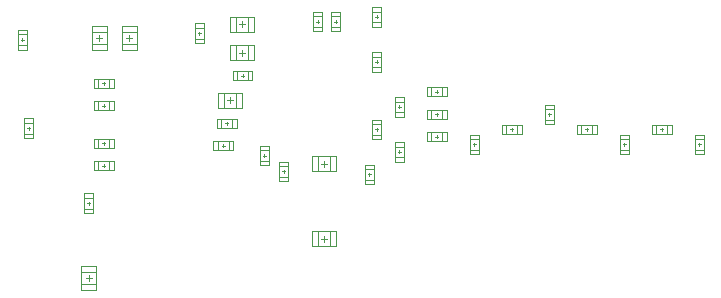
<source format=gm1>
G04 Layer_Color=16711935*
%FSLAX25Y25*%
%MOIN*%
G70*
G01*
G75*
%ADD70C,0.00400*%
%ADD71C,0.00200*%
D70*
X28500Y88200D02*
X31500D01*
X28500Y91800D02*
X31500D01*
X28500Y93300D02*
X31500D01*
X28500Y86700D02*
Y93300D01*
Y86700D02*
X31500D01*
Y93300D01*
X36800Y101000D02*
Y104000D01*
X33200Y101000D02*
Y104000D01*
X31700Y101000D02*
Y104000D01*
Y101000D02*
X38300D01*
Y104000D01*
X31700D02*
X38300D01*
X33200Y108500D02*
Y111500D01*
X36800Y108500D02*
Y111500D01*
X38300Y108500D02*
Y111500D01*
X31700D02*
X38300D01*
X31700Y108500D02*
Y111500D01*
Y108500D02*
X38300D01*
X33200Y121000D02*
Y124000D01*
X36800Y121000D02*
Y124000D01*
X38300Y121000D02*
Y124000D01*
X31700D02*
X38300D01*
X31700Y121000D02*
Y124000D01*
Y121000D02*
X38300D01*
X36800Y128500D02*
Y131500D01*
X33200Y128500D02*
Y131500D01*
X31700Y128500D02*
Y131500D01*
Y128500D02*
X38300D01*
Y131500D01*
X31700D02*
X38300D01*
X8500Y113200D02*
X11500D01*
X8500Y116800D02*
X11500D01*
X8500Y118300D02*
X11500D01*
X8500Y111700D02*
Y118300D01*
Y111700D02*
X11500D01*
Y118300D01*
X6374Y142688D02*
X9374D01*
X6374Y146288D02*
X9374D01*
X6374Y147788D02*
X9374D01*
X6374Y141188D02*
Y147788D01*
Y141188D02*
X9374D01*
Y147788D01*
X41102Y141000D02*
Y149000D01*
X46102D01*
Y141000D02*
Y149000D01*
X41102Y141000D02*
X46102D01*
X41102Y143000D02*
X46102D01*
X41102Y147000D02*
X46102D01*
X31102Y141000D02*
Y149000D01*
X36102D01*
Y141000D02*
Y149000D01*
X31102Y141000D02*
X36102D01*
X31102Y143000D02*
X36102D01*
X31102Y147000D02*
X36102D01*
X77043Y147106D02*
X85043D01*
X77043D02*
Y152106D01*
X85043D01*
Y147106D02*
Y152106D01*
X83043Y147106D02*
Y152106D01*
X79043Y147106D02*
Y152106D01*
X77043Y137606D02*
X85043D01*
X77043D02*
Y142606D01*
X85043D01*
Y137606D02*
Y142606D01*
X83043Y137606D02*
Y142606D01*
X79043Y137606D02*
Y142606D01*
X83099Y131079D02*
Y134079D01*
X79499Y131079D02*
Y134079D01*
X77999Y131079D02*
Y134079D01*
Y131079D02*
X84599D01*
Y134079D01*
X77999D02*
X84599D01*
X73165Y126909D02*
X81165D01*
Y121909D02*
Y126909D01*
X73165Y121909D02*
X81165D01*
X73165D02*
Y126909D01*
X75165Y121909D02*
Y126909D01*
X79165Y121909D02*
Y126909D01*
X77843Y115106D02*
Y118106D01*
X74243Y115106D02*
Y118106D01*
X72743Y115106D02*
Y118106D01*
Y115106D02*
X79343D01*
Y118106D01*
X72743D02*
X79343D01*
X73102Y107653D02*
Y110653D01*
X76702Y107653D02*
Y110653D01*
X78202Y107653D02*
Y110653D01*
X71602D02*
X78202D01*
X71602Y107653D02*
Y110653D01*
Y107653D02*
X78202D01*
X104543Y105606D02*
X112543D01*
Y100606D02*
Y105606D01*
X104543Y100606D02*
X112543D01*
X104543D02*
Y105606D01*
X106543Y100606D02*
Y105606D01*
X110543Y100606D02*
Y105606D01*
X87083Y107705D02*
X90083D01*
X87083Y104105D02*
X90083D01*
X87083Y102605D02*
X90083D01*
Y109205D01*
X87083D02*
X90083D01*
X87083Y102605D02*
Y109205D01*
X93543Y102406D02*
X96543D01*
X93543Y98806D02*
X96543D01*
X93543Y97306D02*
X96543D01*
Y103906D01*
X93543D02*
X96543D01*
X93543Y97306D02*
Y103906D01*
X104543Y75606D02*
X112543D01*
X104543D02*
Y80606D01*
X112543D01*
Y75606D02*
Y80606D01*
X110543Y75606D02*
Y80606D01*
X106543Y75606D02*
Y80606D01*
X65429Y144909D02*
X68429D01*
X65429Y148509D02*
X68429D01*
X65429Y150009D02*
X68429D01*
X65429Y143409D02*
Y150009D01*
Y143409D02*
X68429D01*
Y150009D01*
X110823Y148791D02*
X113823D01*
X110823Y152391D02*
X113823D01*
X110823Y153891D02*
X113823D01*
X110823Y147291D02*
Y153891D01*
Y147291D02*
X113823D01*
Y153891D01*
X104823Y148791D02*
X107823D01*
X104823Y152391D02*
X107823D01*
X104823Y153891D02*
X107823D01*
X104823Y147291D02*
Y153891D01*
Y147291D02*
X107823D01*
Y153891D01*
X124543Y153906D02*
X127543D01*
X124543Y150306D02*
X127543D01*
X124543Y148806D02*
X127543D01*
Y155406D01*
X124543D02*
X127543D01*
X124543Y148806D02*
Y155406D01*
Y135306D02*
X127543D01*
X124543Y138906D02*
X127543D01*
X124543Y140406D02*
X127543D01*
X124543Y133806D02*
Y140406D01*
Y133806D02*
X127543D01*
Y140406D01*
X124543Y112806D02*
X127543D01*
X124543Y116406D02*
X127543D01*
X124543Y117906D02*
X127543D01*
X124543Y111306D02*
Y117906D01*
Y111306D02*
X127543D01*
Y117906D01*
X132043Y108906D02*
X135043D01*
X132043Y105306D02*
X135043D01*
X132043Y103806D02*
X135043D01*
Y110406D01*
X132043D02*
X135043D01*
X132043Y103806D02*
Y110406D01*
X144243Y118106D02*
Y121106D01*
X147843Y118106D02*
Y121106D01*
X149343Y118106D02*
Y121106D01*
X142743D02*
X149343D01*
X142743Y118106D02*
Y121106D01*
Y118106D02*
X149343D01*
X147843Y125606D02*
Y128606D01*
X144243Y125606D02*
Y128606D01*
X142743Y125606D02*
Y128606D01*
Y125606D02*
X149343D01*
Y128606D01*
X142743D02*
X149343D01*
X132043Y120306D02*
X135043D01*
X132043Y123906D02*
X135043D01*
X132043Y125406D02*
X135043D01*
X132043Y118806D02*
Y125406D01*
Y118806D02*
X135043D01*
Y125406D01*
X122043Y101406D02*
X125043D01*
X122043Y97806D02*
X125043D01*
X122043Y96306D02*
X125043D01*
Y102906D01*
X122043D02*
X125043D01*
X122043Y96306D02*
Y102906D01*
X172843Y113106D02*
Y116106D01*
X169243Y113106D02*
Y116106D01*
X167743Y113106D02*
Y116106D01*
Y113106D02*
X174343D01*
Y116106D01*
X167743D02*
X174343D01*
X157043Y107806D02*
X160043D01*
X157043Y111406D02*
X160043D01*
X157043Y112906D02*
X160043D01*
X157043Y106306D02*
Y112906D01*
Y106306D02*
X160043D01*
Y112906D01*
X182043Y121406D02*
X185043D01*
X182043Y117806D02*
X185043D01*
X182043Y116306D02*
X185043D01*
Y122906D01*
X182043D02*
X185043D01*
X182043Y116306D02*
Y122906D01*
X197843Y113106D02*
Y116106D01*
X194243Y113106D02*
Y116106D01*
X192743Y113106D02*
Y116106D01*
Y113106D02*
X199343D01*
Y116106D01*
X192743D02*
X199343D01*
X207043Y107806D02*
X210043D01*
X207043Y111406D02*
X210043D01*
X207043Y112906D02*
X210043D01*
X207043Y106306D02*
Y112906D01*
Y106306D02*
X210043D01*
Y112906D01*
X219243Y113106D02*
Y116106D01*
X222843Y113106D02*
Y116106D01*
X224343Y113106D02*
Y116106D01*
X217743D02*
X224343D01*
X217743Y113106D02*
Y116106D01*
Y113106D02*
X224343D01*
X232043Y111406D02*
X235043D01*
X232043Y107806D02*
X235043D01*
X232043Y106306D02*
X235043D01*
Y112906D01*
X232043D02*
X235043D01*
X232043Y106306D02*
Y112906D01*
X27500Y61000D02*
Y69000D01*
Y61000D02*
X32500D01*
Y69000D01*
X27500D02*
X32500D01*
X27500Y67000D02*
X32500D01*
X27500Y63000D02*
X32500D01*
X147843Y110606D02*
Y113606D01*
X144243Y110606D02*
Y113606D01*
X142743Y110606D02*
Y113606D01*
Y110606D02*
X149343D01*
Y113606D01*
X142743D02*
X149343D01*
D71*
X29500Y90000D02*
X30500D01*
X30000Y89500D02*
Y90500D01*
X35000Y102000D02*
Y103000D01*
X34500Y102500D02*
X35500D01*
X35000Y109500D02*
Y110500D01*
X34500Y110000D02*
X35500D01*
X35000Y122000D02*
Y123000D01*
X34500Y122500D02*
X35500D01*
X35000Y129500D02*
Y130500D01*
X34500Y130000D02*
X35500D01*
X9500Y115000D02*
X10500D01*
X10000Y114500D02*
Y115500D01*
X7374Y144488D02*
X8374D01*
X7874Y143988D02*
Y144988D01*
X42602Y145000D02*
X44602D01*
X43602Y144000D02*
Y146000D01*
X32602Y145000D02*
X34602D01*
X33602Y144000D02*
Y146000D01*
X81043Y148606D02*
Y150606D01*
X80043Y149606D02*
X82043D01*
X81043Y139106D02*
Y141106D01*
X80043Y140106D02*
X82043D01*
X81299Y132079D02*
Y133079D01*
X80799Y132579D02*
X81799D01*
X77165Y123409D02*
Y125409D01*
X76165Y124409D02*
X78165D01*
X76043Y116106D02*
Y117106D01*
X75543Y116606D02*
X76543D01*
X74902Y108653D02*
Y109653D01*
X74402Y109153D02*
X75402D01*
X108543Y102106D02*
Y104106D01*
X107543Y103106D02*
X109543D01*
X88083Y105905D02*
X89083D01*
X88583Y105405D02*
Y106405D01*
X94543Y100606D02*
X95543D01*
X95043Y100106D02*
Y101106D01*
X108543Y77106D02*
Y79106D01*
X107543Y78106D02*
X109543D01*
X66429Y146709D02*
X67429D01*
X66929Y146209D02*
Y147209D01*
X111823Y150591D02*
X112823D01*
X112323Y150091D02*
Y151091D01*
X105823Y150591D02*
X106823D01*
X106323Y150091D02*
Y151091D01*
X125543Y152106D02*
X126543D01*
X126043Y151606D02*
Y152606D01*
X125543Y137106D02*
X126543D01*
X126043Y136606D02*
Y137606D01*
X125543Y114606D02*
X126543D01*
X126043Y114106D02*
Y115106D01*
X133043Y107106D02*
X134043D01*
X133543Y106606D02*
Y107606D01*
X146043Y119106D02*
Y120106D01*
X145543Y119606D02*
X146543D01*
X146043Y126606D02*
Y127606D01*
X145543Y127106D02*
X146543D01*
X133043Y122106D02*
X134043D01*
X133543Y121606D02*
Y122606D01*
X123043Y99606D02*
X124043D01*
X123543Y99106D02*
Y100106D01*
X171043Y114106D02*
Y115106D01*
X170543Y114606D02*
X171543D01*
X158043Y109606D02*
X159043D01*
X158543Y109106D02*
Y110106D01*
X183043Y119606D02*
X184043D01*
X183543Y119106D02*
Y120106D01*
X196043Y114106D02*
Y115106D01*
X195543Y114606D02*
X196543D01*
X208043Y109606D02*
X209043D01*
X208543Y109106D02*
Y110106D01*
X221043Y114106D02*
Y115106D01*
X220543Y114606D02*
X221543D01*
X233043Y109606D02*
X234043D01*
X233543Y109106D02*
Y110106D01*
X29000Y65000D02*
X31000D01*
X30000Y64000D02*
Y66000D01*
X146043Y111606D02*
Y112606D01*
X145543Y112106D02*
X146543D01*
M02*

</source>
